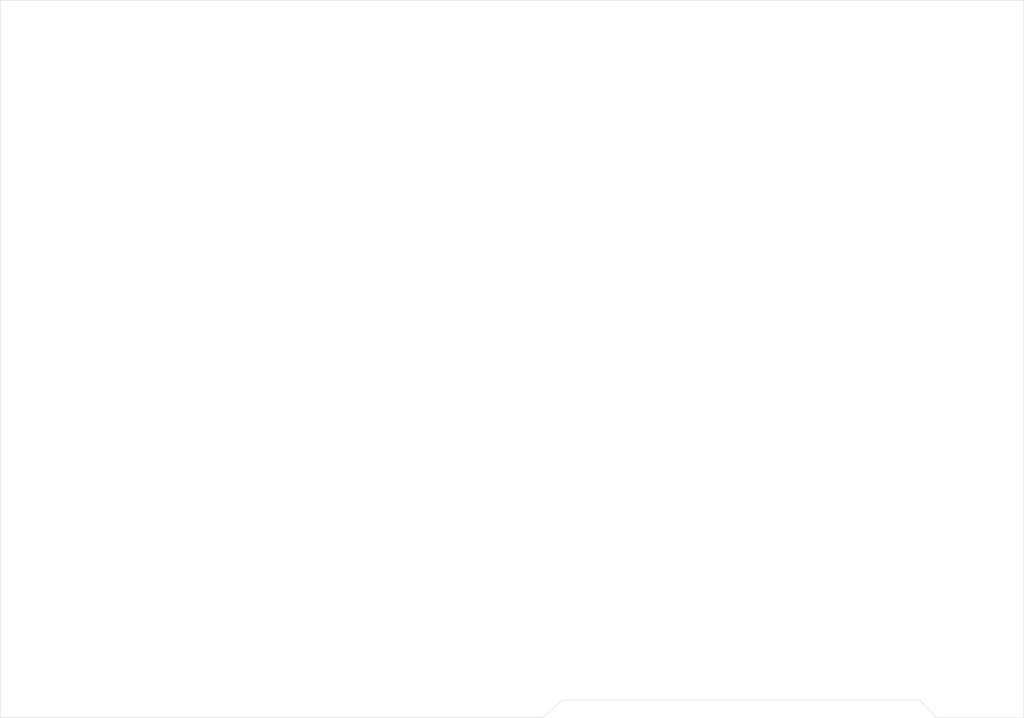
<source format=kicad_pcb>
(kicad_pcb
	(version 20240108)
	(generator "pcbnew")
	(generator_version "8.0")
	(general
		(thickness 1.6)
		(legacy_teardrops no)
	)
	(paper "A4")
	(layers
		(0 "F.Cu" signal)
		(31 "B.Cu" signal)
		(32 "B.Adhes" user "B.Adhesive")
		(33 "F.Adhes" user "F.Adhesive")
		(34 "B.Paste" user)
		(35 "F.Paste" user)
		(36 "B.SilkS" user "B.Silkscreen")
		(37 "F.SilkS" user "F.Silkscreen")
		(38 "B.Mask" user)
		(39 "F.Mask" user)
		(40 "Dwgs.User" user "User.Drawings")
		(41 "Cmts.User" user "User.Comments")
		(42 "Eco1.User" user "User.Eco1")
		(43 "Eco2.User" user "User.Eco2")
		(44 "Edge.Cuts" user)
		(45 "Margin" user)
		(46 "B.CrtYd" user "B.Courtyard")
		(47 "F.CrtYd" user "F.Courtyard")
		(48 "B.Fab" user)
		(49 "F.Fab" user)
		(50 "User.1" user)
		(51 "User.2" user)
		(52 "User.3" user)
		(53 "User.4" user)
		(54 "User.5" user)
		(55 "User.6" user)
		(56 "User.7" user)
		(57 "User.8" user)
		(58 "User.9" user)
	)
	(setup
		(pad_to_mask_clearance 0)
		(allow_soldermask_bridges_in_footprints no)
		(pcbplotparams
			(layerselection 0x00010fc_ffffffff)
			(plot_on_all_layers_selection 0x0000000_00000000)
			(disableapertmacros no)
			(usegerberextensions no)
			(usegerberattributes yes)
			(usegerberadvancedattributes yes)
			(creategerberjobfile yes)
			(dashed_line_dash_ratio 12.000000)
			(dashed_line_gap_ratio 3.000000)
			(svgprecision 4)
			(plotframeref no)
			(viasonmask no)
			(mode 1)
			(useauxorigin no)
			(hpglpennumber 1)
			(hpglpenspeed 20)
			(hpglpendiameter 15.000000)
			(pdf_front_fp_property_popups yes)
			(pdf_back_fp_property_popups yes)
			(dxfpolygonmode yes)
			(dxfimperialunits yes)
			(dxfusepcbnewfont yes)
			(psnegative no)
			(psa4output no)
			(plotreference yes)
			(plotvalue yes)
			(plotfptext yes)
			(plotinvisibletext no)
			(sketchpadsonfab no)
			(subtractmaskfromsilk no)
			(outputformat 1)
			(mirror no)
			(drillshape 1)
			(scaleselection 1)
			(outputdirectory "")
		)
	)
	(net 0 "")
	(gr_line
		(start 159.75 130.5)
		(end 162 128.5)
		(stroke
			(width 0.05)
			(type default)
		)
		(layer "Edge.Cuts")
		(uuid "1d30ee2e-5ed6-419e-a469-c2b19360f3e7")
	)
	(gr_line
		(start 204.75 130.5)
		(end 202.875 128.5)
		(stroke
			(width 0.05)
			(type default)
		)
		(layer "Edge.Cuts")
		(uuid "8bc7683f-a7c9-496e-8c6a-e66a0a7174c3")
	)
	(gr_line
		(start 162 128.5)
		(end 202.875 128.5)
		(stroke
			(width 0.05)
			(type default)
		)
		(layer "Edge.Cuts")
		(uuid "8c6b0a88-b9d8-498c-8a7c-ea47441611ce")
	)
	(gr_line
		(start 97.75 48.5)
		(end 214.75 48.5)
		(stroke
			(width 0.05)
			(type default)
		)
		(layer "Edge.Cuts")
		(uuid "94a187eb-61c4-45a6-a5c7-666aeab6569f")
	)
	(gr_line
		(start 97.75 130.5)
		(end 159.75 130.5)
		(stroke
			(width 0.05)
			(type default)
		)
		(layer "Edge.Cuts")
		(uuid "9c46db63-dc23-4541-b406-929c80a69317")
	)
	(gr_line
		(start 97.75 48.5)
		(end 97.75 130.5)
		(stroke
			(width 0.05)
			(type default)
		)
		(layer "Edge.Cuts")
		(uuid "ab205589-9282-4966-9f09-b416777491da")
	)
	(gr_line
		(start 214.75 48.5)
		(end 214.75 130.5)
		(stroke
			(width 0.05)
			(type default)
		)
		(layer "Edge.Cuts")
		(uuid "be4ec934-084f-464d-92a0-ce481a0959e8")
	)
	(gr_line
		(start 204.75 130.5)
		(end 214.75 130.5)
		(stroke
			(width 0.05)
			(type default)
		)
		(layer "Edge.Cuts")
		(uuid "ce79526e-e723-4b85-9c3b-8e9f115ac55e")
	)
)

</source>
